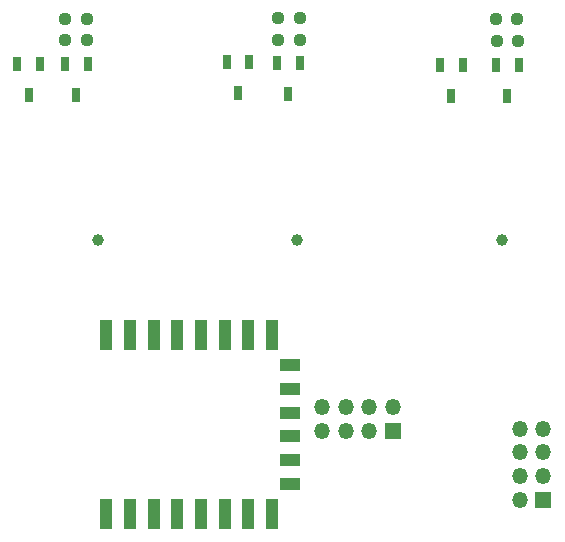
<source format=gbr>
%TF.GenerationSoftware,KiCad,Pcbnew,(6.0.1-0)*%
%TF.CreationDate,2022-03-13T12:33:57+03:30*%
%TF.ProjectId,touch_panel,746f7563-685f-4706-916e-656c2e6b6963,rev?*%
%TF.SameCoordinates,Original*%
%TF.FileFunction,Soldermask,Bot*%
%TF.FilePolarity,Negative*%
%FSLAX46Y46*%
G04 Gerber Fmt 4.6, Leading zero omitted, Abs format (unit mm)*
G04 Created by KiCad (PCBNEW (6.0.1-0)) date 2022-03-13 12:33:57*
%MOMM*%
%LPD*%
G01*
G04 APERTURE LIST*
G04 Aperture macros list*
%AMRoundRect*
0 Rectangle with rounded corners*
0 $1 Rounding radius*
0 $2 $3 $4 $5 $6 $7 $8 $9 X,Y pos of 4 corners*
0 Add a 4 corners polygon primitive as box body*
4,1,4,$2,$3,$4,$5,$6,$7,$8,$9,$2,$3,0*
0 Add four circle primitives for the rounded corners*
1,1,$1+$1,$2,$3*
1,1,$1+$1,$4,$5*
1,1,$1+$1,$6,$7*
1,1,$1+$1,$8,$9*
0 Add four rect primitives between the rounded corners*
20,1,$1+$1,$2,$3,$4,$5,0*
20,1,$1+$1,$4,$5,$6,$7,0*
20,1,$1+$1,$6,$7,$8,$9,0*
20,1,$1+$1,$8,$9,$2,$3,0*%
G04 Aperture macros list end*
%ADD10C,1.000000*%
%ADD11R,1.350000X1.350000*%
%ADD12O,1.350000X1.350000*%
%ADD13RoundRect,0.237500X-0.250000X-0.237500X0.250000X-0.237500X0.250000X0.237500X-0.250000X0.237500X0*%
%ADD14R,0.650000X1.220000*%
%ADD15RoundRect,0.237500X0.250000X0.237500X-0.250000X0.237500X-0.250000X-0.237500X0.250000X-0.237500X0*%
%ADD16R,1.000000X2.500000*%
%ADD17R,1.800000X1.000000*%
G04 APERTURE END LIST*
D10*
%TO.C,PAD1*%
X132500000Y-103950000D03*
%TD*%
%TO.C,PAD3*%
X115600000Y-104000000D03*
%TD*%
D11*
%TO.C,J2*%
X153350000Y-125950000D03*
D12*
X151350000Y-125950000D03*
X153350000Y-123950000D03*
X151350000Y-123950000D03*
X153350000Y-121950000D03*
X151350000Y-121950000D03*
X153350000Y-119950000D03*
X151350000Y-119950000D03*
%TD*%
D10*
%TO.C,PAD2*%
X149850000Y-104000000D03*
%TD*%
D13*
%TO.C,R15*%
X149325000Y-85250000D03*
X151150000Y-85250000D03*
%TD*%
D14*
%TO.C,Q6*%
X149350000Y-89190000D03*
X151250000Y-89190000D03*
X150300000Y-91810000D03*
%TD*%
%TO.C,Q1*%
X108800000Y-89040000D03*
X110700000Y-89040000D03*
X109750000Y-91660000D03*
%TD*%
D15*
%TO.C,R3*%
X114662500Y-85300000D03*
X112837500Y-85300000D03*
%TD*%
D14*
%TO.C,Q3*%
X126550000Y-88940000D03*
X128450000Y-88940000D03*
X127500000Y-91560000D03*
%TD*%
D13*
%TO.C,R10*%
X130887500Y-87050000D03*
X132712500Y-87050000D03*
%TD*%
D14*
%TO.C,Q4*%
X130800000Y-88990000D03*
X132700000Y-88990000D03*
X131750000Y-91610000D03*
%TD*%
%TO.C,Q2*%
X112850000Y-89090000D03*
X114750000Y-89090000D03*
X113800000Y-91710000D03*
%TD*%
D16*
%TO.C,U4*%
X116350000Y-112000000D03*
X118350000Y-112000000D03*
X120350000Y-112000000D03*
X122350000Y-112000000D03*
X124350000Y-112000000D03*
X126350000Y-112000000D03*
X128350000Y-112000000D03*
X130350000Y-112000000D03*
D17*
X131850000Y-114600000D03*
X131850000Y-116600000D03*
X131850000Y-118600000D03*
X131850000Y-120600000D03*
X131850000Y-122600000D03*
X131850000Y-124600000D03*
D16*
X130350000Y-127200000D03*
X128350000Y-127200000D03*
X126350000Y-127200000D03*
X124350000Y-127200000D03*
X122350000Y-127200000D03*
X120350000Y-127200000D03*
X118350000Y-127200000D03*
X116350000Y-127200000D03*
%TD*%
D13*
%TO.C,R4*%
X112837500Y-87050000D03*
X114662500Y-87050000D03*
%TD*%
D11*
%TO.C,J1*%
X140600000Y-120150000D03*
D12*
X140600000Y-118150000D03*
X138600000Y-120150000D03*
X138600000Y-118150000D03*
X136600000Y-120150000D03*
X136600000Y-118150000D03*
X134600000Y-120150000D03*
X134600000Y-118150000D03*
%TD*%
D13*
%TO.C,R16*%
X149387500Y-87100000D03*
X151212500Y-87100000D03*
%TD*%
D15*
%TO.C,R9*%
X132725000Y-85200000D03*
X130900000Y-85200000D03*
%TD*%
D14*
%TO.C,Q5*%
X144600000Y-89140000D03*
X146500000Y-89140000D03*
X145550000Y-91760000D03*
%TD*%
M02*

</source>
